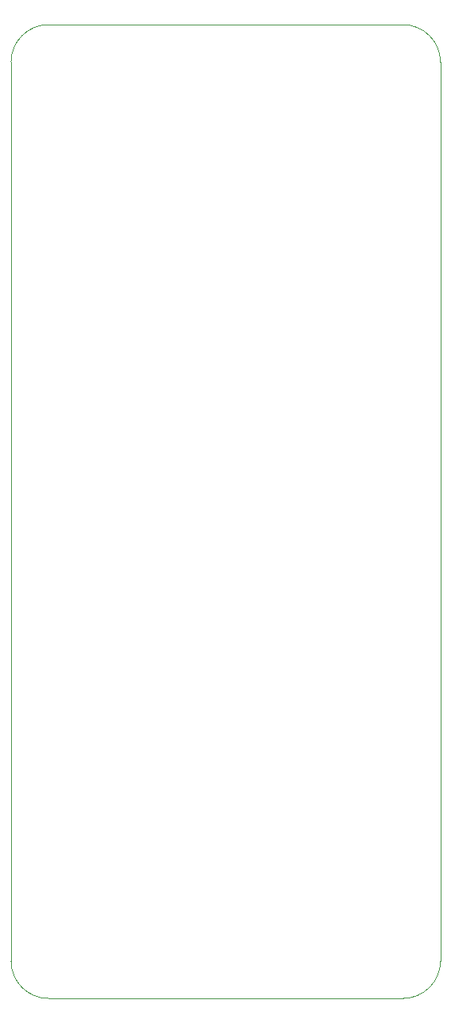
<source format=gbr>
%TF.GenerationSoftware,KiCad,Pcbnew,8.0.1*%
%TF.CreationDate,2024-04-26T12:21:13-07:00*%
%TF.ProjectId,Sendes,53656e64-6573-42e6-9b69-6361645f7063,rev?*%
%TF.SameCoordinates,Original*%
%TF.FileFunction,Profile,NP*%
%FSLAX46Y46*%
G04 Gerber Fmt 4.6, Leading zero omitted, Abs format (unit mm)*
G04 Created by KiCad (PCBNEW 8.0.1) date 2024-04-26 12:21:13*
%MOMM*%
%LPD*%
G01*
G04 APERTURE LIST*
%TA.AperFunction,Profile*%
%ADD10C,0.050000*%
%TD*%
G04 APERTURE END LIST*
D10*
X68400000Y-43900000D02*
G75*
G02*
X72400000Y-39900000I4000000J0D01*
G01*
X110200000Y-39900000D02*
G75*
G02*
X114200000Y-43900000I0J-4000000D01*
G01*
X114200000Y-139700000D02*
G75*
G02*
X110200000Y-143700000I-4000000J0D01*
G01*
X72400000Y-143700000D02*
G75*
G02*
X68400000Y-139700000I0J4000000D01*
G01*
X110200000Y-143700000D02*
X72400000Y-143700000D01*
X114200000Y-43900000D02*
X114200000Y-139700000D01*
X72400000Y-39900000D02*
X110200000Y-39900000D01*
X68400000Y-139700000D02*
X68400000Y-43900000D01*
M02*

</source>
